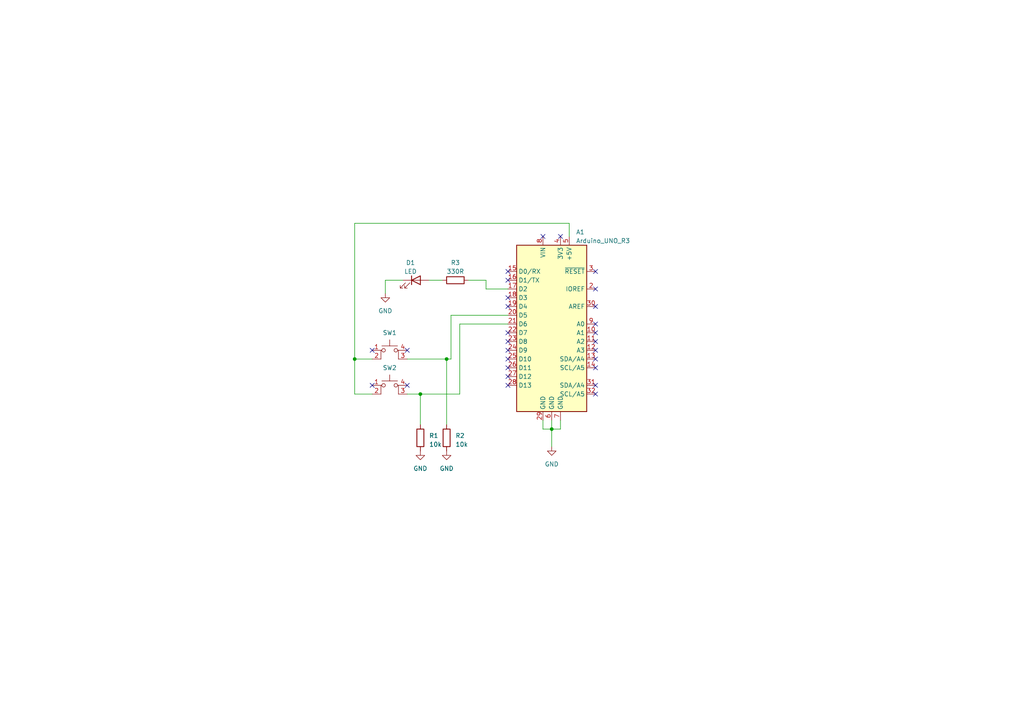
<source format=kicad_sch>
(kicad_sch (version 20230121) (generator eeschema)
  (paper "A4")
  (lib_symbols
    (symbol "Device:LED" (pin_numbers hide) (pin_names (offset 1.016) hide)
      (property "Reference" "D" (at 0 2.54 0))
      (property "Value" "LED" (at 0 -2.54 0))
      (symbol "LED_0_1"
        (polyline (pts (xy -1.27 -1.27) (xy -1.27 1.27)) (stroke (width 0.254)))
        (polyline (pts (xy -1.27 0) (xy 1.27 0)))
        (polyline (pts (xy 1.27 -1.27) (xy 1.27 1.27) (xy -1.27 0) (xy 1.27 -1.27)) (stroke (width 0.254)))
        (polyline (pts (xy -3.048 -0.762) (xy -4.572 -2.286) (xy -3.81 -2.286) (xy -4.572 -2.286) (xy -4.572 -1.524)))
        (polyline (pts (xy -1.778 -0.762) (xy -3.302 -2.286) (xy -2.54 -2.286) (xy -3.302 -2.286) (xy -3.302 -1.524)))
      )
      (symbol "LED_1_1"
        (pin passive line (at -3.81 0 0) (length 2.54) (name "K") (number "1"))
        (pin passive line (at 3.81 0 180) (length 2.54) (name "A") (number "2"))
      )
    )
    (symbol "Device:R" (pin_numbers hide) (pin_names (offset 0))
      (property "Reference" "R" (at 2.032 0 90))
      (property "Value" "R" (at 0 0 90))
      (symbol "R_0_1"
        (rectangle (start -1.016 -2.54) (end 1.016 2.54) (stroke (width 0.254)))
      )
      (symbol "R_1_1"
        (pin passive line (at 0 3.81 270) (length 1.27) (name "~") (number "1"))
        (pin passive line (at 0 -3.81 90) (length 1.27) (name "~") (number "2"))
      )
    )
    (symbol "MCU_Module:Arduino_UNO_R3"
      (property "Reference" "A" (at -10.16 23.495 0))
      (property "Value" "Arduino_UNO_R3" (at 5.08 -26.67 0))
      (symbol "Arduino_UNO_R3_0_1"
        (rectangle (start -10.16 22.86) (end 10.16 -25.4) (stroke (width 0.254)) (fill (type background)))
      )
      (symbol "Arduino_UNO_R3_1_1"
        (pin no_connect line (at -10.16 -20.32 0) (length 2.54) hide (name "NC") (number "1"))
        (pin bidirectional line (at 12.7 -2.54 180) (length 2.54) (name "A1") (number "10"))
        (pin bidirectional line (at 12.7 -5.08 180) (length 2.54) (name "A2") (number "11"))
        (pin bidirectional line (at 12.7 -7.62 180) (length 2.54) (name "A3") (number "12"))
        (pin bidirectional line (at 12.7 -10.16 180) (length 2.54) (name "SDA/A4") (number "13"))
        (pin bidirectional line (at 12.7 -12.7 180) (length 2.54) (name "SCL/A5") (number "14"))
        (pin bidirectional line (at -12.7 15.24 0) (length 2.54) (name "D0/RX") (number "15"))
        (pin bidirectional line (at -12.7 12.7 0) (length 2.54) (name "D1/TX") (number "16"))
        (pin bidirectional line (at -12.7 10.16 0) (length 2.54) (name "D2") (number "17"))
        (pin bidirectional line (at -12.7 7.62 0) (length 2.54) (name "D3") (number "18"))
        (pin bidirectional line (at -12.7 5.08 0) (length 2.54) (name "D4") (number "19"))
        (pin output line (at 12.7 10.16 180) (length 2.54) (name "IOREF") (number "2"))
        (pin bidirectional line (at -12.7 2.54 0) (length 2.54) (name "D5") (number "20"))
        (pin bidirectional line (at -12.7 0 0) (length 2.54) (name "D6") (number "21"))
        (pin bidirectional line (at -12.7 -2.54 0) (length 2.54) (name "D7") (number "22"))
        (pin bidirectional line (at -12.7 -5.08 0) (length 2.54) (name "D8") (number "23"))
        (pin bidirectional line (at -12.7 -7.62 0) (length 2.54) (name "D9") (number "24"))
        (pin bidirectional line (at -12.7 -10.16 0) (length 2.54) (name "D10") (number "25"))
        (pin bidirectional line (at -12.7 -12.7 0) (length 2.54) (name "D11") (number "26"))
        (pin bidirectional line (at -12.7 -15.24 0) (length 2.54) (name "D12") (number "27"))
        (pin bidirectional line (at -12.7 -17.78 0) (length 2.54) (name "D13") (number "28"))
        (pin power_in line (at -2.54 -27.94 90) (length 2.54) (name "GND") (number "29"))
        (pin input line (at 12.7 15.24 180) (length 2.54) (name "~{RESET}") (number "3"))
        (pin input line (at 12.7 5.08 180) (length 2.54) (name "AREF") (number "30"))
        (pin bidirectional line (at 12.7 -17.78 180) (length 2.54) (name "SDA/A4") (number "31"))
        (pin bidirectional line (at 12.7 -20.32 180) (length 2.54) (name "SCL/A5") (number "32"))
        (pin power_out line (at 2.54 25.4 270) (length 2.54) (name "3V3") (number "4"))
        (pin power_out line (at 5.08 25.4 270) (length 2.54) (name "+5V") (number "5"))
        (pin power_in line (at 0 -27.94 90) (length 2.54) (name "GND") (number "6"))
        (pin power_in line (at 2.54 -27.94 90) (length 2.54) (name "GND") (number "7"))
        (pin power_in line (at -2.54 25.4 270) (length 2.54) (name "VIN") (number "8"))
        (pin bidirectional line (at 12.7 0 180) (length 2.54) (name "A0") (number "9"))
      )
    )
    (symbol "Switch:SW_MEC_5E" (pin_names (offset 1.016) hide)
      (property "Reference" "SW" (at 0.635 5.715 0))
      (property "Value" "SW_MEC_5E" (at 0 -3.175 0))
      (symbol "SW_MEC_5E_0_1"
        (circle (center -1.778 2.54) (radius 0.508))
        (polyline (pts (xy -2.286 3.81) (xy 2.286 3.81)))
        (polyline (pts (xy 0 3.81) (xy 0 5.588)))
        (polyline (pts (xy -2.54 0) (xy -2.54 2.54) (xy -2.286 2.54)))
        (polyline (pts (xy 2.54 0) (xy 2.54 2.54) (xy 2.286 2.54)))
        (circle (center 1.778 2.54) (radius 0.508))
        (pin passive line (at -5.08 2.54 0) (length 2.54) (name "1") (number "1"))
        (pin passive line (at -5.08 0 0) (length 2.54) (name "2") (number "2"))
        (pin passive line (at 5.08 0 180) (length 2.54) (name "K") (number "3"))
        (pin passive line (at 5.08 2.54 180) (length 2.54) (name "A") (number "4"))
      )
    )
    (symbol "power:GND" (power) (pin_names (offset 0))
      (property "Value" "GND" (at 0 -3.81 0))
      (symbol "GND_0_1"
        (polyline (pts (xy 0 0) (xy 0 -1.27) (xy 1.27 -1.27) (xy 0 -2.54) (xy -1.27 -1.27) (xy 0 -1.27)))
      )
      (symbol "GND_1_1"
        (pin power_in line (at 0 0 270) (length 0) hide (name "GND") (number "1"))
      )
    )
  )
  (junction (at 129.54 104.14))
  (junction (at 102.87 104.14))
  (junction (at 160.02 124.46))
  (junction (at 121.92 114.3))
  (no_connect (at 147.32 109.22))
  (no_connect (at 172.72 93.98))
  (no_connect (at 147.32 106.68))
  (no_connect (at 147.32 104.14))
  (no_connect (at 147.32 81.28))
  (no_connect (at 147.32 101.6))
  (no_connect (at 147.32 88.9))
  (no_connect (at 147.32 78.74))
  (no_connect (at 118.11 101.6))
  (no_connect (at 172.72 78.74))
  (no_connect (at 172.72 99.06))
  (no_connect (at 147.32 96.52))
  (no_connect (at 172.72 83.82))
  (no_connect (at 118.11 111.76))
  (no_connect (at 147.32 99.06))
  (no_connect (at 172.72 106.68))
  (no_connect (at 147.32 111.76))
  (no_connect (at 172.72 104.14))
  (no_connect (at 172.72 88.9))
  (no_connect (at 147.32 86.36))
  (no_connect (at 107.95 101.6))
  (no_connect (at 107.95 111.76))
  (no_connect (at 162.56 68.58))
  (no_connect (at 157.48 68.58))
  (no_connect (at 172.72 96.52))
  (no_connect (at 172.72 101.6))
  (no_connect (at 172.72 114.3))
  (no_connect (at 172.72 111.76))
  (wire (pts (xy 118.11 104.14) (xy 129.54 104.14)))
  (wire (pts (xy 162.56 121.92) (xy 162.56 124.46)))
  (wire (pts (xy 157.48 124.46) (xy 160.02 124.46)))
  (wire (pts (xy 147.32 83.82) (xy 140.97 83.82)))
  (wire (pts (xy 160.02 124.46) (xy 160.02 129.54)))
  (wire (pts (xy 121.92 114.3) (xy 133.35 114.3)))
  (wire (pts (xy 130.81 91.44) (xy 130.81 104.14)))
  (wire (pts (xy 116.84 81.28) (xy 111.76 81.28)))
  (wire (pts (xy 165.1 68.58) (xy 165.1 64.77)))
  (wire (pts (xy 129.54 104.14) (xy 129.54 123.19)))
  (wire (pts (xy 102.87 104.14) (xy 102.87 114.3)))
  (wire (pts (xy 129.54 104.14) (xy 130.81 104.14)))
  (wire (pts (xy 140.97 83.82) (xy 140.97 81.28)))
  (wire (pts (xy 102.87 114.3) (xy 107.95 114.3)))
  (wire (pts (xy 160.02 121.92) (xy 160.02 124.46)))
  (wire (pts (xy 102.87 104.14) (xy 107.95 104.14)))
  (wire (pts (xy 111.76 81.28) (xy 111.76 85.09)))
  (wire (pts (xy 162.56 124.46) (xy 160.02 124.46)))
  (wire (pts (xy 118.11 114.3) (xy 121.92 114.3)))
  (wire (pts (xy 165.1 64.77) (xy 102.87 64.77)))
  (wire (pts (xy 121.92 114.3) (xy 121.92 123.19)))
  (wire (pts (xy 124.46 81.28) (xy 128.27 81.28)))
  (wire (pts (xy 133.35 93.98) (xy 147.32 93.98)))
  (wire (pts (xy 140.97 81.28) (xy 135.89 81.28)))
  (wire (pts (xy 130.81 91.44) (xy 147.32 91.44)))
  (wire (pts (xy 157.48 121.92) (xy 157.48 124.46)))
  (wire (pts (xy 102.87 64.77) (xy 102.87 104.14)))
  (wire (pts (xy 133.35 93.98) (xy 133.35 114.3)))
  (symbol (lib_id "Device:R") (at 121.92 127 0) (unit 1)
    (property "Reference" "R1" (at 124.46 126.365 0) (effects (justify left)))
    (property "Value" "10k" (at 124.46 128.905 0) (effects (justify left)))
  )
  (symbol (lib_id "power:GND") (at 111.76 85.09 0) (unit 1)
    (property "Reference" "#PWR01" (effects hide))
    (property "Value" "GND" (at 111.76 90.17 0))
  )
  (symbol (lib_id "Device:R") (at 132.08 81.28 90) (unit 1)
    (property "Reference" "R3" (at 132.08 76.2 90))
    (property "Value" "330R" (at 132.08 78.74 90))
  )
  (symbol (lib_id "power:GND") (at 121.92 130.81 0) (unit 1)
    (property "Reference" "#PWR02" (effects hide))
    (property "Value" "GND" (at 121.92 135.89 0))
  )
  (symbol (lib_id "power:GND") (at 129.54 130.81 0) (unit 1)
    (property "Reference" "#PWR03" (effects hide))
    (property "Value" "GND" (at 129.54 135.89 0))
  )
  (symbol (lib_id "Switch:SW_MEC_5E") (at 113.03 104.14 0) (unit 1)
    (property "Reference" "SW1" (at 113.03 96.52 0))
    (property "Value" "SW_MEC_5E" (effects hide))
    (property "Datasheet" "http://www.apem.com/int/index.php?controller=attachment&id_attachment=1371" (effects hide))
  )
  (symbol (lib_id "power:GND") (at 160.02 129.54 0) (unit 1)
    (property "Reference" "#PWR04" (effects hide))
    (property "Value" "GND" (at 160.02 134.62 0))
  )
  (symbol (lib_id "Switch:SW_MEC_5E") (at 113.03 114.3 0) (unit 1)
    (property "Reference" "SW2" (at 113.03 106.68 0))
    (property "Value" "SW_MEC_5E" (effects hide))
    (property "Datasheet" "http://www.apem.com/int/index.php?controller=attachment&id_attachment=1371" (effects hide))
  )
  (symbol (lib_id "Device:LED") (at 120.65 81.28 0) (unit 1)
    (property "Reference" "D1" (at 119.0625 76.2 0))
    (property "Value" "LED" (at 119.0625 78.74 0))
  )
  (symbol (lib_id "MCU_Module:Arduino_UNO_R3") (at 160.02 93.98 0) (unit 1)
    (property "Reference" "A1" (at 167.0559 67.31 0) (effects (justify left)))
    (property "Value" "Arduino_UNO_R3" (at 167.0559 69.85 0) (effects (justify left)))
    (property "Footprint" "Module:Arduino_UNO_R3" (effects hide))
    (property "Datasheet" "https://www.arduino.cc/en/Main/arduinoBoardUno" (effects hide))
  )
  (symbol (lib_id "Device:R") (at 129.54 127 0) (unit 1)
    (property "Reference" "R2" (at 132.08 126.365 0) (effects (justify left)))
    (property "Value" "10k" (at 132.08 128.905 0) (effects (justify left)))
  )
)
</source>
